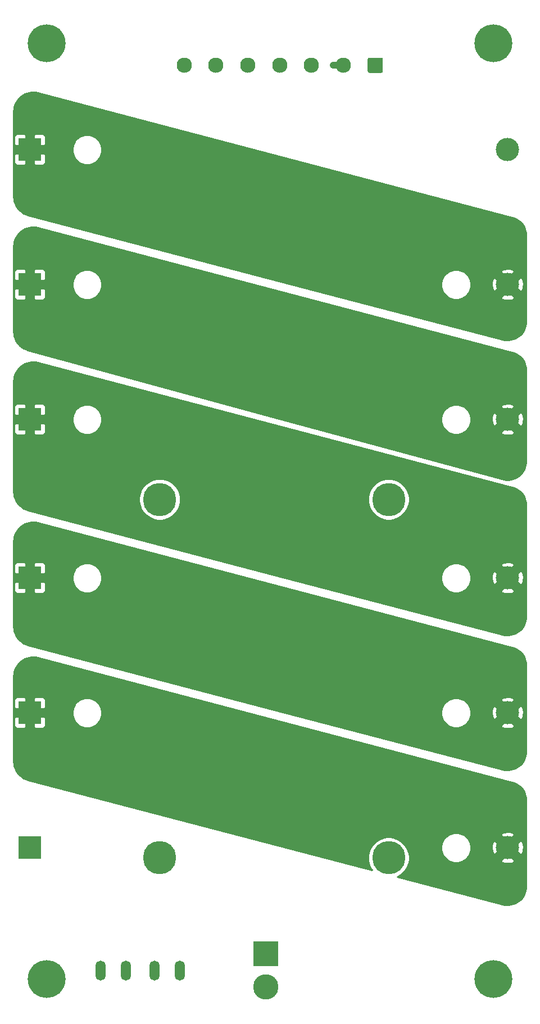
<source format=gbr>
%TF.GenerationSoftware,KiCad,Pcbnew,5.1.10*%
%TF.CreationDate,2021-10-06T22:42:20+01:00*%
%TF.ProjectId,BatteryPack,42617474-6572-4795-9061-636b2e6b6963,rev?*%
%TF.SameCoordinates,Original*%
%TF.FileFunction,Copper,L1,Top*%
%TF.FilePolarity,Positive*%
%FSLAX46Y46*%
G04 Gerber Fmt 4.6, Leading zero omitted, Abs format (unit mm)*
G04 Created by KiCad (PCBNEW 5.1.10) date 2021-10-06 22:42:20*
%MOMM*%
%LPD*%
G01*
G04 APERTURE LIST*
%TA.AperFunction,ComponentPad*%
%ADD10C,5.000000*%
%TD*%
%TA.AperFunction,ComponentPad*%
%ADD11C,5.700000*%
%TD*%
%TA.AperFunction,ComponentPad*%
%ADD12C,2.300000*%
%TD*%
%TA.AperFunction,ComponentPad*%
%ADD13C,3.800000*%
%TD*%
%TA.AperFunction,ComponentPad*%
%ADD14R,3.800000X3.800000*%
%TD*%
%TA.AperFunction,ComponentPad*%
%ADD15O,1.524000X3.000000*%
%TD*%
%TA.AperFunction,ComponentPad*%
%ADD16R,3.500000X3.500000*%
%TD*%
%TA.AperFunction,ComponentPad*%
%ADD17C,3.500000*%
%TD*%
%TA.AperFunction,Conductor*%
%ADD18C,1.000000*%
%TD*%
%TA.AperFunction,Conductor*%
%ADD19C,0.254000*%
%TD*%
%TA.AperFunction,Conductor*%
%ADD20C,0.100000*%
%TD*%
G04 APERTURE END LIST*
D10*
%TO.P,J3,*%
%TO.N,*%
X64030000Y-87756000D03*
X98530000Y-87756000D03*
X98530000Y-141756000D03*
X64030000Y-141756000D03*
%TD*%
D11*
%TO.P,REF\u002A\u002A,1*%
%TO.N,N/C*%
X114300000Y-19050000D03*
%TD*%
%TO.P,REF\u002A\u002A,1*%
%TO.N,N/C*%
X46990000Y-19050000D03*
%TD*%
D12*
%TO.P,J2,7*%
%TO.N,BAT+*%
X67710000Y-22352000D03*
%TO.P,J2,6*%
%TO.N,BAT_BAL5*%
X72520000Y-22352000D03*
%TO.P,J2,5*%
%TO.N,BAT_BAL4*%
X77320000Y-22352000D03*
%TO.P,J2,4*%
%TO.N,BAT_BAL3*%
X82120000Y-22352000D03*
%TO.P,J2,3*%
%TO.N,BAT_BAL2*%
X86920000Y-22352000D03*
%TO.P,J2,2*%
%TO.N,BAT_BAL1*%
X91720000Y-22352000D03*
%TO.P,J2,1*%
%TO.N,BAT-*%
%TA.AperFunction,ComponentPad*%
G36*
G01*
X97670000Y-21452000D02*
X97670000Y-23252000D01*
G75*
G02*
X97420000Y-23502000I-250000J0D01*
G01*
X95620000Y-23502000D01*
G75*
G02*
X95370000Y-23252000I0J250000D01*
G01*
X95370000Y-21452000D01*
G75*
G02*
X95620000Y-21202000I250000J0D01*
G01*
X97420000Y-21202000D01*
G75*
G02*
X97670000Y-21452000I0J-250000D01*
G01*
G37*
%TD.AperFunction*%
%TD*%
D13*
%TO.P,J1,2*%
%TO.N,Net-(F1-Pad2)*%
X80010000Y-161210000D03*
D14*
%TO.P,J1,1*%
%TO.N,BMS_Source*%
X80010000Y-156210000D03*
%TD*%
D15*
%TO.P,F1,2*%
%TO.N,Net-(F1-Pad2)*%
X67056000Y-158750000D03*
X63246000Y-158750000D03*
%TO.P,F1,1*%
%TO.N,BAT+*%
X55118000Y-158750000D03*
X58928000Y-158750000D03*
%TD*%
D16*
%TO.P,BT6,1*%
%TO.N,BAT+*%
X44450000Y-140208000D03*
D17*
%TO.P,BT6,2*%
%TO.N,BAT_BAL5*%
X116450000Y-140208000D03*
%TD*%
D16*
%TO.P,BT5,1*%
%TO.N,BAT_BAL5*%
X44450000Y-119888000D03*
D17*
%TO.P,BT5,2*%
%TO.N,BAT_BAL4*%
X116450000Y-119888000D03*
%TD*%
D16*
%TO.P,BT4,1*%
%TO.N,BAT_BAL4*%
X44450000Y-99568000D03*
D17*
%TO.P,BT4,2*%
%TO.N,BAT_BAL3*%
X116450000Y-99568000D03*
%TD*%
D16*
%TO.P,BT3,1*%
%TO.N,BAT_BAL3*%
X44450000Y-75692000D03*
D17*
%TO.P,BT3,2*%
%TO.N,BAT_BAL2*%
X116450000Y-75692000D03*
%TD*%
D16*
%TO.P,BT2,1*%
%TO.N,BAT_BAL2*%
X44450000Y-55372000D03*
D17*
%TO.P,BT2,2*%
%TO.N,BAT_BAL1*%
X116450000Y-55372000D03*
%TD*%
D16*
%TO.P,BT1,1*%
%TO.N,BAT_BAL1*%
X44450000Y-35052000D03*
D17*
%TO.P,BT1,2*%
%TO.N,BAT-*%
X116450000Y-35052000D03*
%TD*%
D11*
%TO.P,REF\u002A\u002A,1*%
%TO.N,N/C*%
X114300000Y-160020000D03*
%TD*%
%TO.P,REF\u002A\u002A,1*%
%TO.N,N/C*%
X46990000Y-160020000D03*
%TD*%
D18*
%TO.N,BAT_BAL1*%
X91310000Y-22352000D02*
X90170000Y-22352000D01*
%TD*%
D19*
%TO.N,BAT_BAL1*%
X45317447Y-26444615D02*
X45642411Y-26510290D01*
X117105251Y-45254642D01*
X117434883Y-45362510D01*
X117745862Y-45507297D01*
X118037368Y-45688119D01*
X118305246Y-45902402D01*
X118545666Y-46147081D01*
X118755214Y-46418681D01*
X118930890Y-46713313D01*
X119070195Y-47026788D01*
X119171141Y-47354629D01*
X119232293Y-47692178D01*
X119253000Y-48038384D01*
X119253000Y-60878006D01*
X119234077Y-61209014D01*
X119178177Y-61532124D01*
X119085816Y-61846774D01*
X118958207Y-62148830D01*
X118796998Y-62434393D01*
X118604306Y-62699710D01*
X118382633Y-62941341D01*
X118134856Y-63156148D01*
X117864232Y-63341307D01*
X117574251Y-63494429D01*
X117268719Y-63613503D01*
X116951617Y-63696983D01*
X116627059Y-63743782D01*
X116299272Y-63753292D01*
X115972553Y-63725385D01*
X115647589Y-63659710D01*
X83211458Y-55151872D01*
X106470000Y-55151872D01*
X106470000Y-55592128D01*
X106555890Y-56023925D01*
X106724369Y-56430669D01*
X106968962Y-56796729D01*
X107280271Y-57108038D01*
X107646331Y-57352631D01*
X108053075Y-57521110D01*
X108484872Y-57607000D01*
X108925128Y-57607000D01*
X109356925Y-57521110D01*
X109763669Y-57352631D01*
X109794057Y-57332326D01*
X115370729Y-57332326D01*
X115593796Y-57610374D01*
X116046934Y-57734401D01*
X116515560Y-57767642D01*
X116981667Y-57708820D01*
X117306204Y-57610374D01*
X117529271Y-57332326D01*
X116450000Y-56253055D01*
X115370729Y-57332326D01*
X109794057Y-57332326D01*
X110129729Y-57108038D01*
X110441038Y-56796729D01*
X110685631Y-56430669D01*
X110854110Y-56023925D01*
X110940000Y-55592128D01*
X110940000Y-55437560D01*
X114054358Y-55437560D01*
X114113180Y-55903667D01*
X114211626Y-56228204D01*
X114489674Y-56451271D01*
X115568945Y-55372000D01*
X117331055Y-55372000D01*
X118410326Y-56451271D01*
X118688374Y-56228204D01*
X118812401Y-55775066D01*
X118845642Y-55306440D01*
X118786820Y-54840333D01*
X118688374Y-54515796D01*
X118410326Y-54292729D01*
X117331055Y-55372000D01*
X115568945Y-55372000D01*
X114489674Y-54292729D01*
X114211626Y-54515796D01*
X114087599Y-54968934D01*
X114054358Y-55437560D01*
X110940000Y-55437560D01*
X110940000Y-55151872D01*
X110854110Y-54720075D01*
X110685631Y-54313331D01*
X110441038Y-53947271D01*
X110129729Y-53635962D01*
X109794058Y-53411674D01*
X115370729Y-53411674D01*
X116450000Y-54490945D01*
X117529271Y-53411674D01*
X117306204Y-53133626D01*
X116853066Y-53009599D01*
X116384440Y-52976358D01*
X115918333Y-53035180D01*
X115593796Y-53133626D01*
X115370729Y-53411674D01*
X109794058Y-53411674D01*
X109763669Y-53391369D01*
X109356925Y-53222890D01*
X108925128Y-53137000D01*
X108484872Y-53137000D01*
X108053075Y-53222890D01*
X107646331Y-53391369D01*
X107280271Y-53635962D01*
X106968962Y-53947271D01*
X106724369Y-54313331D01*
X106555890Y-54720075D01*
X106470000Y-55151872D01*
X83211458Y-55151872D01*
X44184749Y-44915358D01*
X43855117Y-44807490D01*
X43544138Y-44662703D01*
X43252632Y-44481881D01*
X42984754Y-44267598D01*
X42744334Y-44022919D01*
X42534786Y-43751319D01*
X42359110Y-43456687D01*
X42219805Y-43143212D01*
X42118859Y-42815371D01*
X42057707Y-42477822D01*
X42037000Y-42131616D01*
X42037000Y-36802000D01*
X42061928Y-36802000D01*
X42074188Y-36926482D01*
X42110498Y-37046180D01*
X42169463Y-37156494D01*
X42248815Y-37253185D01*
X42345506Y-37332537D01*
X42455820Y-37391502D01*
X42575518Y-37427812D01*
X42700000Y-37440072D01*
X43668250Y-37437000D01*
X43827000Y-37278250D01*
X43827000Y-35675000D01*
X45073000Y-35675000D01*
X45073000Y-37278250D01*
X45231750Y-37437000D01*
X46200000Y-37440072D01*
X46324482Y-37427812D01*
X46444180Y-37391502D01*
X46554494Y-37332537D01*
X46651185Y-37253185D01*
X46730537Y-37156494D01*
X46789502Y-37046180D01*
X46825812Y-36926482D01*
X46838072Y-36802000D01*
X46835000Y-35833750D01*
X46676250Y-35675000D01*
X45073000Y-35675000D01*
X43827000Y-35675000D01*
X42223750Y-35675000D01*
X42065000Y-35833750D01*
X42061928Y-36802000D01*
X42037000Y-36802000D01*
X42037000Y-34831872D01*
X50860000Y-34831872D01*
X50860000Y-35272128D01*
X50945890Y-35703925D01*
X51114369Y-36110669D01*
X51358962Y-36476729D01*
X51670271Y-36788038D01*
X52036331Y-37032631D01*
X52443075Y-37201110D01*
X52874872Y-37287000D01*
X53315128Y-37287000D01*
X53746925Y-37201110D01*
X54153669Y-37032631D01*
X54519729Y-36788038D01*
X54831038Y-36476729D01*
X55075631Y-36110669D01*
X55244110Y-35703925D01*
X55330000Y-35272128D01*
X55330000Y-34831872D01*
X55244110Y-34400075D01*
X55075631Y-33993331D01*
X54831038Y-33627271D01*
X54519729Y-33315962D01*
X54153669Y-33071369D01*
X53746925Y-32902890D01*
X53315128Y-32817000D01*
X52874872Y-32817000D01*
X52443075Y-32902890D01*
X52036331Y-33071369D01*
X51670271Y-33315962D01*
X51358962Y-33627271D01*
X51114369Y-33993331D01*
X50945890Y-34400075D01*
X50860000Y-34831872D01*
X42037000Y-34831872D01*
X42037000Y-33302000D01*
X42061928Y-33302000D01*
X42065000Y-34270250D01*
X42223750Y-34429000D01*
X43827000Y-34429000D01*
X43827000Y-32825750D01*
X45073000Y-32825750D01*
X45073000Y-34429000D01*
X46676250Y-34429000D01*
X46835000Y-34270250D01*
X46838072Y-33302000D01*
X46825812Y-33177518D01*
X46789502Y-33057820D01*
X46730537Y-32947506D01*
X46651185Y-32850815D01*
X46554494Y-32771463D01*
X46444180Y-32712498D01*
X46324482Y-32676188D01*
X46200000Y-32663928D01*
X45231750Y-32667000D01*
X45073000Y-32825750D01*
X43827000Y-32825750D01*
X43668250Y-32667000D01*
X42700000Y-32663928D01*
X42575518Y-32676188D01*
X42455820Y-32712498D01*
X42345506Y-32771463D01*
X42248815Y-32850815D01*
X42169463Y-32947506D01*
X42110498Y-33057820D01*
X42074188Y-33177518D01*
X42061928Y-33302000D01*
X42037000Y-33302000D01*
X42037000Y-29291994D01*
X42055923Y-28960986D01*
X42111823Y-28637876D01*
X42204184Y-28323226D01*
X42331793Y-28021170D01*
X42493002Y-27735607D01*
X42685694Y-27470290D01*
X42907367Y-27228659D01*
X43155144Y-27013852D01*
X43425768Y-26828693D01*
X43715749Y-26675571D01*
X44021281Y-26556497D01*
X44338383Y-26473017D01*
X44662941Y-26426218D01*
X44990728Y-26416708D01*
X45317447Y-26444615D01*
%TA.AperFunction,Conductor*%
D20*
G36*
X45317447Y-26444615D02*
G01*
X45642411Y-26510290D01*
X117105251Y-45254642D01*
X117434883Y-45362510D01*
X117745862Y-45507297D01*
X118037368Y-45688119D01*
X118305246Y-45902402D01*
X118545666Y-46147081D01*
X118755214Y-46418681D01*
X118930890Y-46713313D01*
X119070195Y-47026788D01*
X119171141Y-47354629D01*
X119232293Y-47692178D01*
X119253000Y-48038384D01*
X119253000Y-60878006D01*
X119234077Y-61209014D01*
X119178177Y-61532124D01*
X119085816Y-61846774D01*
X118958207Y-62148830D01*
X118796998Y-62434393D01*
X118604306Y-62699710D01*
X118382633Y-62941341D01*
X118134856Y-63156148D01*
X117864232Y-63341307D01*
X117574251Y-63494429D01*
X117268719Y-63613503D01*
X116951617Y-63696983D01*
X116627059Y-63743782D01*
X116299272Y-63753292D01*
X115972553Y-63725385D01*
X115647589Y-63659710D01*
X83211458Y-55151872D01*
X106470000Y-55151872D01*
X106470000Y-55592128D01*
X106555890Y-56023925D01*
X106724369Y-56430669D01*
X106968962Y-56796729D01*
X107280271Y-57108038D01*
X107646331Y-57352631D01*
X108053075Y-57521110D01*
X108484872Y-57607000D01*
X108925128Y-57607000D01*
X109356925Y-57521110D01*
X109763669Y-57352631D01*
X109794057Y-57332326D01*
X115370729Y-57332326D01*
X115593796Y-57610374D01*
X116046934Y-57734401D01*
X116515560Y-57767642D01*
X116981667Y-57708820D01*
X117306204Y-57610374D01*
X117529271Y-57332326D01*
X116450000Y-56253055D01*
X115370729Y-57332326D01*
X109794057Y-57332326D01*
X110129729Y-57108038D01*
X110441038Y-56796729D01*
X110685631Y-56430669D01*
X110854110Y-56023925D01*
X110940000Y-55592128D01*
X110940000Y-55437560D01*
X114054358Y-55437560D01*
X114113180Y-55903667D01*
X114211626Y-56228204D01*
X114489674Y-56451271D01*
X115568945Y-55372000D01*
X117331055Y-55372000D01*
X118410326Y-56451271D01*
X118688374Y-56228204D01*
X118812401Y-55775066D01*
X118845642Y-55306440D01*
X118786820Y-54840333D01*
X118688374Y-54515796D01*
X118410326Y-54292729D01*
X117331055Y-55372000D01*
X115568945Y-55372000D01*
X114489674Y-54292729D01*
X114211626Y-54515796D01*
X114087599Y-54968934D01*
X114054358Y-55437560D01*
X110940000Y-55437560D01*
X110940000Y-55151872D01*
X110854110Y-54720075D01*
X110685631Y-54313331D01*
X110441038Y-53947271D01*
X110129729Y-53635962D01*
X109794058Y-53411674D01*
X115370729Y-53411674D01*
X116450000Y-54490945D01*
X117529271Y-53411674D01*
X117306204Y-53133626D01*
X116853066Y-53009599D01*
X116384440Y-52976358D01*
X115918333Y-53035180D01*
X115593796Y-53133626D01*
X115370729Y-53411674D01*
X109794058Y-53411674D01*
X109763669Y-53391369D01*
X109356925Y-53222890D01*
X108925128Y-53137000D01*
X108484872Y-53137000D01*
X108053075Y-53222890D01*
X107646331Y-53391369D01*
X107280271Y-53635962D01*
X106968962Y-53947271D01*
X106724369Y-54313331D01*
X106555890Y-54720075D01*
X106470000Y-55151872D01*
X83211458Y-55151872D01*
X44184749Y-44915358D01*
X43855117Y-44807490D01*
X43544138Y-44662703D01*
X43252632Y-44481881D01*
X42984754Y-44267598D01*
X42744334Y-44022919D01*
X42534786Y-43751319D01*
X42359110Y-43456687D01*
X42219805Y-43143212D01*
X42118859Y-42815371D01*
X42057707Y-42477822D01*
X42037000Y-42131616D01*
X42037000Y-36802000D01*
X42061928Y-36802000D01*
X42074188Y-36926482D01*
X42110498Y-37046180D01*
X42169463Y-37156494D01*
X42248815Y-37253185D01*
X42345506Y-37332537D01*
X42455820Y-37391502D01*
X42575518Y-37427812D01*
X42700000Y-37440072D01*
X43668250Y-37437000D01*
X43827000Y-37278250D01*
X43827000Y-35675000D01*
X45073000Y-35675000D01*
X45073000Y-37278250D01*
X45231750Y-37437000D01*
X46200000Y-37440072D01*
X46324482Y-37427812D01*
X46444180Y-37391502D01*
X46554494Y-37332537D01*
X46651185Y-37253185D01*
X46730537Y-37156494D01*
X46789502Y-37046180D01*
X46825812Y-36926482D01*
X46838072Y-36802000D01*
X46835000Y-35833750D01*
X46676250Y-35675000D01*
X45073000Y-35675000D01*
X43827000Y-35675000D01*
X42223750Y-35675000D01*
X42065000Y-35833750D01*
X42061928Y-36802000D01*
X42037000Y-36802000D01*
X42037000Y-34831872D01*
X50860000Y-34831872D01*
X50860000Y-35272128D01*
X50945890Y-35703925D01*
X51114369Y-36110669D01*
X51358962Y-36476729D01*
X51670271Y-36788038D01*
X52036331Y-37032631D01*
X52443075Y-37201110D01*
X52874872Y-37287000D01*
X53315128Y-37287000D01*
X53746925Y-37201110D01*
X54153669Y-37032631D01*
X54519729Y-36788038D01*
X54831038Y-36476729D01*
X55075631Y-36110669D01*
X55244110Y-35703925D01*
X55330000Y-35272128D01*
X55330000Y-34831872D01*
X55244110Y-34400075D01*
X55075631Y-33993331D01*
X54831038Y-33627271D01*
X54519729Y-33315962D01*
X54153669Y-33071369D01*
X53746925Y-32902890D01*
X53315128Y-32817000D01*
X52874872Y-32817000D01*
X52443075Y-32902890D01*
X52036331Y-33071369D01*
X51670271Y-33315962D01*
X51358962Y-33627271D01*
X51114369Y-33993331D01*
X50945890Y-34400075D01*
X50860000Y-34831872D01*
X42037000Y-34831872D01*
X42037000Y-33302000D01*
X42061928Y-33302000D01*
X42065000Y-34270250D01*
X42223750Y-34429000D01*
X43827000Y-34429000D01*
X43827000Y-32825750D01*
X45073000Y-32825750D01*
X45073000Y-34429000D01*
X46676250Y-34429000D01*
X46835000Y-34270250D01*
X46838072Y-33302000D01*
X46825812Y-33177518D01*
X46789502Y-33057820D01*
X46730537Y-32947506D01*
X46651185Y-32850815D01*
X46554494Y-32771463D01*
X46444180Y-32712498D01*
X46324482Y-32676188D01*
X46200000Y-32663928D01*
X45231750Y-32667000D01*
X45073000Y-32825750D01*
X43827000Y-32825750D01*
X43668250Y-32667000D01*
X42700000Y-32663928D01*
X42575518Y-32676188D01*
X42455820Y-32712498D01*
X42345506Y-32771463D01*
X42248815Y-32850815D01*
X42169463Y-32947506D01*
X42110498Y-33057820D01*
X42074188Y-33177518D01*
X42061928Y-33302000D01*
X42037000Y-33302000D01*
X42037000Y-29291994D01*
X42055923Y-28960986D01*
X42111823Y-28637876D01*
X42204184Y-28323226D01*
X42331793Y-28021170D01*
X42493002Y-27735607D01*
X42685694Y-27470290D01*
X42907367Y-27228659D01*
X43155144Y-27013852D01*
X43425768Y-26828693D01*
X43715749Y-26675571D01*
X44021281Y-26556497D01*
X44338383Y-26473017D01*
X44662941Y-26426218D01*
X44990728Y-26416708D01*
X45317447Y-26444615D01*
G37*
%TD.AperFunction*%
%TD*%
D19*
%TO.N,BAT_BAL2*%
X45317447Y-46764615D02*
X45642411Y-46830290D01*
X117105251Y-65574642D01*
X117434883Y-65682510D01*
X117745862Y-65827297D01*
X118037368Y-66008119D01*
X118305246Y-66222402D01*
X118545666Y-66467081D01*
X118755214Y-66738681D01*
X118930890Y-67033313D01*
X119070195Y-67346788D01*
X119171141Y-67674629D01*
X119232293Y-68012178D01*
X119253000Y-68358384D01*
X119253000Y-81922861D01*
X119233887Y-82255528D01*
X119177427Y-82580210D01*
X119084152Y-82896296D01*
X118955286Y-83199625D01*
X118792537Y-83486183D01*
X118598032Y-83752229D01*
X118374335Y-83994249D01*
X118124400Y-84209048D01*
X117851502Y-84393814D01*
X117559244Y-84546108D01*
X117251460Y-84663930D01*
X116932218Y-84745723D01*
X116605694Y-84790418D01*
X116276215Y-84797423D01*
X115948097Y-84766646D01*
X115622086Y-84697735D01*
X81719818Y-75471872D01*
X106470000Y-75471872D01*
X106470000Y-75912128D01*
X106555890Y-76343925D01*
X106724369Y-76750669D01*
X106968962Y-77116729D01*
X107280271Y-77428038D01*
X107646331Y-77672631D01*
X108053075Y-77841110D01*
X108484872Y-77927000D01*
X108925128Y-77927000D01*
X109356925Y-77841110D01*
X109763669Y-77672631D01*
X109794057Y-77652326D01*
X115370729Y-77652326D01*
X115593796Y-77930374D01*
X116046934Y-78054401D01*
X116515560Y-78087642D01*
X116981667Y-78028820D01*
X117306204Y-77930374D01*
X117529271Y-77652326D01*
X116450000Y-76573055D01*
X115370729Y-77652326D01*
X109794057Y-77652326D01*
X110129729Y-77428038D01*
X110441038Y-77116729D01*
X110685631Y-76750669D01*
X110854110Y-76343925D01*
X110940000Y-75912128D01*
X110940000Y-75757560D01*
X114054358Y-75757560D01*
X114113180Y-76223667D01*
X114211626Y-76548204D01*
X114489674Y-76771271D01*
X115568945Y-75692000D01*
X117331055Y-75692000D01*
X118410326Y-76771271D01*
X118688374Y-76548204D01*
X118812401Y-76095066D01*
X118845642Y-75626440D01*
X118786820Y-75160333D01*
X118688374Y-74835796D01*
X118410326Y-74612729D01*
X117331055Y-75692000D01*
X115568945Y-75692000D01*
X114489674Y-74612729D01*
X114211626Y-74835796D01*
X114087599Y-75288934D01*
X114054358Y-75757560D01*
X110940000Y-75757560D01*
X110940000Y-75471872D01*
X110854110Y-75040075D01*
X110685631Y-74633331D01*
X110441038Y-74267271D01*
X110129729Y-73955962D01*
X109794058Y-73731674D01*
X115370729Y-73731674D01*
X116450000Y-74810945D01*
X117529271Y-73731674D01*
X117306204Y-73453626D01*
X116853066Y-73329599D01*
X116384440Y-73296358D01*
X115918333Y-73355180D01*
X115593796Y-73453626D01*
X115370729Y-73731674D01*
X109794058Y-73731674D01*
X109763669Y-73711369D01*
X109356925Y-73542890D01*
X108925128Y-73457000D01*
X108484872Y-73457000D01*
X108053075Y-73542890D01*
X107646331Y-73711369D01*
X107280271Y-73955962D01*
X106968962Y-74267271D01*
X106724369Y-74633331D01*
X106555890Y-75040075D01*
X106470000Y-75471872D01*
X81719818Y-75471872D01*
X44159229Y-65250466D01*
X43832850Y-65140487D01*
X43525192Y-64994267D01*
X43236999Y-64812655D01*
X42972332Y-64598211D01*
X42734904Y-64353940D01*
X42528065Y-64083293D01*
X42354713Y-63790059D01*
X42217286Y-63478361D01*
X42117724Y-63152599D01*
X42057420Y-62817340D01*
X42037000Y-62473520D01*
X42037000Y-57122000D01*
X42061928Y-57122000D01*
X42074188Y-57246482D01*
X42110498Y-57366180D01*
X42169463Y-57476494D01*
X42248815Y-57573185D01*
X42345506Y-57652537D01*
X42455820Y-57711502D01*
X42575518Y-57747812D01*
X42700000Y-57760072D01*
X43668250Y-57757000D01*
X43827000Y-57598250D01*
X43827000Y-55995000D01*
X45073000Y-55995000D01*
X45073000Y-57598250D01*
X45231750Y-57757000D01*
X46200000Y-57760072D01*
X46324482Y-57747812D01*
X46444180Y-57711502D01*
X46554494Y-57652537D01*
X46651185Y-57573185D01*
X46730537Y-57476494D01*
X46789502Y-57366180D01*
X46825812Y-57246482D01*
X46838072Y-57122000D01*
X46835000Y-56153750D01*
X46676250Y-55995000D01*
X45073000Y-55995000D01*
X43827000Y-55995000D01*
X42223750Y-55995000D01*
X42065000Y-56153750D01*
X42061928Y-57122000D01*
X42037000Y-57122000D01*
X42037000Y-55151872D01*
X50860000Y-55151872D01*
X50860000Y-55592128D01*
X50945890Y-56023925D01*
X51114369Y-56430669D01*
X51358962Y-56796729D01*
X51670271Y-57108038D01*
X52036331Y-57352631D01*
X52443075Y-57521110D01*
X52874872Y-57607000D01*
X53315128Y-57607000D01*
X53746925Y-57521110D01*
X54153669Y-57352631D01*
X54519729Y-57108038D01*
X54831038Y-56796729D01*
X55075631Y-56430669D01*
X55244110Y-56023925D01*
X55330000Y-55592128D01*
X55330000Y-55151872D01*
X55244110Y-54720075D01*
X55075631Y-54313331D01*
X54831038Y-53947271D01*
X54519729Y-53635962D01*
X54153669Y-53391369D01*
X53746925Y-53222890D01*
X53315128Y-53137000D01*
X52874872Y-53137000D01*
X52443075Y-53222890D01*
X52036331Y-53391369D01*
X51670271Y-53635962D01*
X51358962Y-53947271D01*
X51114369Y-54313331D01*
X50945890Y-54720075D01*
X50860000Y-55151872D01*
X42037000Y-55151872D01*
X42037000Y-53622000D01*
X42061928Y-53622000D01*
X42065000Y-54590250D01*
X42223750Y-54749000D01*
X43827000Y-54749000D01*
X43827000Y-53145750D01*
X45073000Y-53145750D01*
X45073000Y-54749000D01*
X46676250Y-54749000D01*
X46835000Y-54590250D01*
X46838072Y-53622000D01*
X46825812Y-53497518D01*
X46789502Y-53377820D01*
X46730537Y-53267506D01*
X46651185Y-53170815D01*
X46554494Y-53091463D01*
X46444180Y-53032498D01*
X46324482Y-52996188D01*
X46200000Y-52983928D01*
X45231750Y-52987000D01*
X45073000Y-53145750D01*
X43827000Y-53145750D01*
X43668250Y-52987000D01*
X42700000Y-52983928D01*
X42575518Y-52996188D01*
X42455820Y-53032498D01*
X42345506Y-53091463D01*
X42248815Y-53170815D01*
X42169463Y-53267506D01*
X42110498Y-53377820D01*
X42074188Y-53497518D01*
X42061928Y-53622000D01*
X42037000Y-53622000D01*
X42037000Y-49611994D01*
X42055923Y-49280986D01*
X42111823Y-48957876D01*
X42204184Y-48643226D01*
X42331793Y-48341170D01*
X42493002Y-48055607D01*
X42685694Y-47790290D01*
X42907367Y-47548659D01*
X43155144Y-47333852D01*
X43425768Y-47148693D01*
X43715749Y-46995571D01*
X44021281Y-46876497D01*
X44338383Y-46793017D01*
X44662941Y-46746218D01*
X44990728Y-46736708D01*
X45317447Y-46764615D01*
%TA.AperFunction,Conductor*%
D20*
G36*
X45317447Y-46764615D02*
G01*
X45642411Y-46830290D01*
X117105251Y-65574642D01*
X117434883Y-65682510D01*
X117745862Y-65827297D01*
X118037368Y-66008119D01*
X118305246Y-66222402D01*
X118545666Y-66467081D01*
X118755214Y-66738681D01*
X118930890Y-67033313D01*
X119070195Y-67346788D01*
X119171141Y-67674629D01*
X119232293Y-68012178D01*
X119253000Y-68358384D01*
X119253000Y-81922861D01*
X119233887Y-82255528D01*
X119177427Y-82580210D01*
X119084152Y-82896296D01*
X118955286Y-83199625D01*
X118792537Y-83486183D01*
X118598032Y-83752229D01*
X118374335Y-83994249D01*
X118124400Y-84209048D01*
X117851502Y-84393814D01*
X117559244Y-84546108D01*
X117251460Y-84663930D01*
X116932218Y-84745723D01*
X116605694Y-84790418D01*
X116276215Y-84797423D01*
X115948097Y-84766646D01*
X115622086Y-84697735D01*
X81719818Y-75471872D01*
X106470000Y-75471872D01*
X106470000Y-75912128D01*
X106555890Y-76343925D01*
X106724369Y-76750669D01*
X106968962Y-77116729D01*
X107280271Y-77428038D01*
X107646331Y-77672631D01*
X108053075Y-77841110D01*
X108484872Y-77927000D01*
X108925128Y-77927000D01*
X109356925Y-77841110D01*
X109763669Y-77672631D01*
X109794057Y-77652326D01*
X115370729Y-77652326D01*
X115593796Y-77930374D01*
X116046934Y-78054401D01*
X116515560Y-78087642D01*
X116981667Y-78028820D01*
X117306204Y-77930374D01*
X117529271Y-77652326D01*
X116450000Y-76573055D01*
X115370729Y-77652326D01*
X109794057Y-77652326D01*
X110129729Y-77428038D01*
X110441038Y-77116729D01*
X110685631Y-76750669D01*
X110854110Y-76343925D01*
X110940000Y-75912128D01*
X110940000Y-75757560D01*
X114054358Y-75757560D01*
X114113180Y-76223667D01*
X114211626Y-76548204D01*
X114489674Y-76771271D01*
X115568945Y-75692000D01*
X117331055Y-75692000D01*
X118410326Y-76771271D01*
X118688374Y-76548204D01*
X118812401Y-76095066D01*
X118845642Y-75626440D01*
X118786820Y-75160333D01*
X118688374Y-74835796D01*
X118410326Y-74612729D01*
X117331055Y-75692000D01*
X115568945Y-75692000D01*
X114489674Y-74612729D01*
X114211626Y-74835796D01*
X114087599Y-75288934D01*
X114054358Y-75757560D01*
X110940000Y-75757560D01*
X110940000Y-75471872D01*
X110854110Y-75040075D01*
X110685631Y-74633331D01*
X110441038Y-74267271D01*
X110129729Y-73955962D01*
X109794058Y-73731674D01*
X115370729Y-73731674D01*
X116450000Y-74810945D01*
X117529271Y-73731674D01*
X117306204Y-73453626D01*
X116853066Y-73329599D01*
X116384440Y-73296358D01*
X115918333Y-73355180D01*
X115593796Y-73453626D01*
X115370729Y-73731674D01*
X109794058Y-73731674D01*
X109763669Y-73711369D01*
X109356925Y-73542890D01*
X108925128Y-73457000D01*
X108484872Y-73457000D01*
X108053075Y-73542890D01*
X107646331Y-73711369D01*
X107280271Y-73955962D01*
X106968962Y-74267271D01*
X106724369Y-74633331D01*
X106555890Y-75040075D01*
X106470000Y-75471872D01*
X81719818Y-75471872D01*
X44159229Y-65250466D01*
X43832850Y-65140487D01*
X43525192Y-64994267D01*
X43236999Y-64812655D01*
X42972332Y-64598211D01*
X42734904Y-64353940D01*
X42528065Y-64083293D01*
X42354713Y-63790059D01*
X42217286Y-63478361D01*
X42117724Y-63152599D01*
X42057420Y-62817340D01*
X42037000Y-62473520D01*
X42037000Y-57122000D01*
X42061928Y-57122000D01*
X42074188Y-57246482D01*
X42110498Y-57366180D01*
X42169463Y-57476494D01*
X42248815Y-57573185D01*
X42345506Y-57652537D01*
X42455820Y-57711502D01*
X42575518Y-57747812D01*
X42700000Y-57760072D01*
X43668250Y-57757000D01*
X43827000Y-57598250D01*
X43827000Y-55995000D01*
X45073000Y-55995000D01*
X45073000Y-57598250D01*
X45231750Y-57757000D01*
X46200000Y-57760072D01*
X46324482Y-57747812D01*
X46444180Y-57711502D01*
X46554494Y-57652537D01*
X46651185Y-57573185D01*
X46730537Y-57476494D01*
X46789502Y-57366180D01*
X46825812Y-57246482D01*
X46838072Y-57122000D01*
X46835000Y-56153750D01*
X46676250Y-55995000D01*
X45073000Y-55995000D01*
X43827000Y-55995000D01*
X42223750Y-55995000D01*
X42065000Y-56153750D01*
X42061928Y-57122000D01*
X42037000Y-57122000D01*
X42037000Y-55151872D01*
X50860000Y-55151872D01*
X50860000Y-55592128D01*
X50945890Y-56023925D01*
X51114369Y-56430669D01*
X51358962Y-56796729D01*
X51670271Y-57108038D01*
X52036331Y-57352631D01*
X52443075Y-57521110D01*
X52874872Y-57607000D01*
X53315128Y-57607000D01*
X53746925Y-57521110D01*
X54153669Y-57352631D01*
X54519729Y-57108038D01*
X54831038Y-56796729D01*
X55075631Y-56430669D01*
X55244110Y-56023925D01*
X55330000Y-55592128D01*
X55330000Y-55151872D01*
X55244110Y-54720075D01*
X55075631Y-54313331D01*
X54831038Y-53947271D01*
X54519729Y-53635962D01*
X54153669Y-53391369D01*
X53746925Y-53222890D01*
X53315128Y-53137000D01*
X52874872Y-53137000D01*
X52443075Y-53222890D01*
X52036331Y-53391369D01*
X51670271Y-53635962D01*
X51358962Y-53947271D01*
X51114369Y-54313331D01*
X50945890Y-54720075D01*
X50860000Y-55151872D01*
X42037000Y-55151872D01*
X42037000Y-53622000D01*
X42061928Y-53622000D01*
X42065000Y-54590250D01*
X42223750Y-54749000D01*
X43827000Y-54749000D01*
X43827000Y-53145750D01*
X45073000Y-53145750D01*
X45073000Y-54749000D01*
X46676250Y-54749000D01*
X46835000Y-54590250D01*
X46838072Y-53622000D01*
X46825812Y-53497518D01*
X46789502Y-53377820D01*
X46730537Y-53267506D01*
X46651185Y-53170815D01*
X46554494Y-53091463D01*
X46444180Y-53032498D01*
X46324482Y-52996188D01*
X46200000Y-52983928D01*
X45231750Y-52987000D01*
X45073000Y-53145750D01*
X43827000Y-53145750D01*
X43668250Y-52987000D01*
X42700000Y-52983928D01*
X42575518Y-52996188D01*
X42455820Y-53032498D01*
X42345506Y-53091463D01*
X42248815Y-53170815D01*
X42169463Y-53267506D01*
X42110498Y-53377820D01*
X42074188Y-53497518D01*
X42061928Y-53622000D01*
X42037000Y-53622000D01*
X42037000Y-49611994D01*
X42055923Y-49280986D01*
X42111823Y-48957876D01*
X42204184Y-48643226D01*
X42331793Y-48341170D01*
X42493002Y-48055607D01*
X42685694Y-47790290D01*
X42907367Y-47548659D01*
X43155144Y-47333852D01*
X43425768Y-47148693D01*
X43715749Y-46995571D01*
X44021281Y-46876497D01*
X44338383Y-46793017D01*
X44662941Y-46746218D01*
X44990728Y-46736708D01*
X45317447Y-46764615D01*
G37*
%TD.AperFunction*%
%TD*%
D19*
%TO.N,BAT_BAL3*%
X45317447Y-67084615D02*
X45642411Y-67150290D01*
X117105251Y-85894642D01*
X117434883Y-86002510D01*
X117745862Y-86147297D01*
X118037368Y-86328119D01*
X118305246Y-86542402D01*
X118545666Y-86787081D01*
X118755214Y-87058681D01*
X118930890Y-87353313D01*
X119070195Y-87666788D01*
X119171141Y-87994629D01*
X119232293Y-88332178D01*
X119253000Y-88678384D01*
X119253000Y-105328006D01*
X119234077Y-105659014D01*
X119178177Y-105982124D01*
X119085816Y-106296774D01*
X118958207Y-106598830D01*
X118796998Y-106884393D01*
X118604306Y-107149710D01*
X118382633Y-107391341D01*
X118134856Y-107606148D01*
X117864232Y-107791307D01*
X117574251Y-107944429D01*
X117268719Y-108063503D01*
X116951617Y-108146983D01*
X116627059Y-108193782D01*
X116299272Y-108203292D01*
X115972553Y-108175385D01*
X115647589Y-108109710D01*
X82243083Y-99347872D01*
X106470000Y-99347872D01*
X106470000Y-99788128D01*
X106555890Y-100219925D01*
X106724369Y-100626669D01*
X106968962Y-100992729D01*
X107280271Y-101304038D01*
X107646331Y-101548631D01*
X108053075Y-101717110D01*
X108484872Y-101803000D01*
X108925128Y-101803000D01*
X109356925Y-101717110D01*
X109763669Y-101548631D01*
X109794057Y-101528326D01*
X115370729Y-101528326D01*
X115593796Y-101806374D01*
X116046934Y-101930401D01*
X116515560Y-101963642D01*
X116981667Y-101904820D01*
X117306204Y-101806374D01*
X117529271Y-101528326D01*
X116450000Y-100449055D01*
X115370729Y-101528326D01*
X109794057Y-101528326D01*
X110129729Y-101304038D01*
X110441038Y-100992729D01*
X110685631Y-100626669D01*
X110854110Y-100219925D01*
X110940000Y-99788128D01*
X110940000Y-99633560D01*
X114054358Y-99633560D01*
X114113180Y-100099667D01*
X114211626Y-100424204D01*
X114489674Y-100647271D01*
X115568945Y-99568000D01*
X117331055Y-99568000D01*
X118410326Y-100647271D01*
X118688374Y-100424204D01*
X118812401Y-99971066D01*
X118845642Y-99502440D01*
X118786820Y-99036333D01*
X118688374Y-98711796D01*
X118410326Y-98488729D01*
X117331055Y-99568000D01*
X115568945Y-99568000D01*
X114489674Y-98488729D01*
X114211626Y-98711796D01*
X114087599Y-99164934D01*
X114054358Y-99633560D01*
X110940000Y-99633560D01*
X110940000Y-99347872D01*
X110854110Y-98916075D01*
X110685631Y-98509331D01*
X110441038Y-98143271D01*
X110129729Y-97831962D01*
X109794058Y-97607674D01*
X115370729Y-97607674D01*
X116450000Y-98686945D01*
X117529271Y-97607674D01*
X117306204Y-97329626D01*
X116853066Y-97205599D01*
X116384440Y-97172358D01*
X115918333Y-97231180D01*
X115593796Y-97329626D01*
X115370729Y-97607674D01*
X109794058Y-97607674D01*
X109763669Y-97587369D01*
X109356925Y-97418890D01*
X108925128Y-97333000D01*
X108484872Y-97333000D01*
X108053075Y-97418890D01*
X107646331Y-97587369D01*
X107280271Y-97831962D01*
X106968962Y-98143271D01*
X106724369Y-98509331D01*
X106555890Y-98916075D01*
X106470000Y-99347872D01*
X82243083Y-99347872D01*
X44184749Y-89365358D01*
X43855117Y-89257490D01*
X43544138Y-89112703D01*
X43252632Y-88931881D01*
X42984754Y-88717598D01*
X42744334Y-88472919D01*
X42534786Y-88201319D01*
X42359110Y-87906687D01*
X42219805Y-87593212D01*
X42174856Y-87447229D01*
X60895000Y-87447229D01*
X60895000Y-88064771D01*
X61015476Y-88670446D01*
X61251799Y-89240979D01*
X61594886Y-89754446D01*
X62031554Y-90191114D01*
X62545021Y-90534201D01*
X63115554Y-90770524D01*
X63721229Y-90891000D01*
X64338771Y-90891000D01*
X64944446Y-90770524D01*
X65514979Y-90534201D01*
X66028446Y-90191114D01*
X66465114Y-89754446D01*
X66808201Y-89240979D01*
X67044524Y-88670446D01*
X67165000Y-88064771D01*
X67165000Y-87447229D01*
X95395000Y-87447229D01*
X95395000Y-88064771D01*
X95515476Y-88670446D01*
X95751799Y-89240979D01*
X96094886Y-89754446D01*
X96531554Y-90191114D01*
X97045021Y-90534201D01*
X97615554Y-90770524D01*
X98221229Y-90891000D01*
X98838771Y-90891000D01*
X99444446Y-90770524D01*
X100014979Y-90534201D01*
X100528446Y-90191114D01*
X100965114Y-89754446D01*
X101308201Y-89240979D01*
X101544524Y-88670446D01*
X101665000Y-88064771D01*
X101665000Y-87447229D01*
X101544524Y-86841554D01*
X101308201Y-86271021D01*
X100965114Y-85757554D01*
X100528446Y-85320886D01*
X100014979Y-84977799D01*
X99444446Y-84741476D01*
X98838771Y-84621000D01*
X98221229Y-84621000D01*
X97615554Y-84741476D01*
X97045021Y-84977799D01*
X96531554Y-85320886D01*
X96094886Y-85757554D01*
X95751799Y-86271021D01*
X95515476Y-86841554D01*
X95395000Y-87447229D01*
X67165000Y-87447229D01*
X67044524Y-86841554D01*
X66808201Y-86271021D01*
X66465114Y-85757554D01*
X66028446Y-85320886D01*
X65514979Y-84977799D01*
X64944446Y-84741476D01*
X64338771Y-84621000D01*
X63721229Y-84621000D01*
X63115554Y-84741476D01*
X62545021Y-84977799D01*
X62031554Y-85320886D01*
X61594886Y-85757554D01*
X61251799Y-86271021D01*
X61015476Y-86841554D01*
X60895000Y-87447229D01*
X42174856Y-87447229D01*
X42118859Y-87265371D01*
X42057707Y-86927822D01*
X42037000Y-86581616D01*
X42037000Y-77442000D01*
X42061928Y-77442000D01*
X42074188Y-77566482D01*
X42110498Y-77686180D01*
X42169463Y-77796494D01*
X42248815Y-77893185D01*
X42345506Y-77972537D01*
X42455820Y-78031502D01*
X42575518Y-78067812D01*
X42700000Y-78080072D01*
X43668250Y-78077000D01*
X43827000Y-77918250D01*
X43827000Y-76315000D01*
X45073000Y-76315000D01*
X45073000Y-77918250D01*
X45231750Y-78077000D01*
X46200000Y-78080072D01*
X46324482Y-78067812D01*
X46444180Y-78031502D01*
X46554494Y-77972537D01*
X46651185Y-77893185D01*
X46730537Y-77796494D01*
X46789502Y-77686180D01*
X46825812Y-77566482D01*
X46838072Y-77442000D01*
X46835000Y-76473750D01*
X46676250Y-76315000D01*
X45073000Y-76315000D01*
X43827000Y-76315000D01*
X42223750Y-76315000D01*
X42065000Y-76473750D01*
X42061928Y-77442000D01*
X42037000Y-77442000D01*
X42037000Y-75471872D01*
X50860000Y-75471872D01*
X50860000Y-75912128D01*
X50945890Y-76343925D01*
X51114369Y-76750669D01*
X51358962Y-77116729D01*
X51670271Y-77428038D01*
X52036331Y-77672631D01*
X52443075Y-77841110D01*
X52874872Y-77927000D01*
X53315128Y-77927000D01*
X53746925Y-77841110D01*
X54153669Y-77672631D01*
X54519729Y-77428038D01*
X54831038Y-77116729D01*
X55075631Y-76750669D01*
X55244110Y-76343925D01*
X55330000Y-75912128D01*
X55330000Y-75471872D01*
X55244110Y-75040075D01*
X55075631Y-74633331D01*
X54831038Y-74267271D01*
X54519729Y-73955962D01*
X54153669Y-73711369D01*
X53746925Y-73542890D01*
X53315128Y-73457000D01*
X52874872Y-73457000D01*
X52443075Y-73542890D01*
X52036331Y-73711369D01*
X51670271Y-73955962D01*
X51358962Y-74267271D01*
X51114369Y-74633331D01*
X50945890Y-75040075D01*
X50860000Y-75471872D01*
X42037000Y-75471872D01*
X42037000Y-73942000D01*
X42061928Y-73942000D01*
X42065000Y-74910250D01*
X42223750Y-75069000D01*
X43827000Y-75069000D01*
X43827000Y-73465750D01*
X45073000Y-73465750D01*
X45073000Y-75069000D01*
X46676250Y-75069000D01*
X46835000Y-74910250D01*
X46838072Y-73942000D01*
X46825812Y-73817518D01*
X46789502Y-73697820D01*
X46730537Y-73587506D01*
X46651185Y-73490815D01*
X46554494Y-73411463D01*
X46444180Y-73352498D01*
X46324482Y-73316188D01*
X46200000Y-73303928D01*
X45231750Y-73307000D01*
X45073000Y-73465750D01*
X43827000Y-73465750D01*
X43668250Y-73307000D01*
X42700000Y-73303928D01*
X42575518Y-73316188D01*
X42455820Y-73352498D01*
X42345506Y-73411463D01*
X42248815Y-73490815D01*
X42169463Y-73587506D01*
X42110498Y-73697820D01*
X42074188Y-73817518D01*
X42061928Y-73942000D01*
X42037000Y-73942000D01*
X42037000Y-69931994D01*
X42055923Y-69600986D01*
X42111823Y-69277876D01*
X42204184Y-68963226D01*
X42331793Y-68661170D01*
X42493002Y-68375607D01*
X42685694Y-68110290D01*
X42907367Y-67868659D01*
X43155144Y-67653852D01*
X43425768Y-67468693D01*
X43715749Y-67315571D01*
X44021281Y-67196497D01*
X44338383Y-67113017D01*
X44662941Y-67066218D01*
X44990728Y-67056708D01*
X45317447Y-67084615D01*
%TA.AperFunction,Conductor*%
D20*
G36*
X45317447Y-67084615D02*
G01*
X45642411Y-67150290D01*
X117105251Y-85894642D01*
X117434883Y-86002510D01*
X117745862Y-86147297D01*
X118037368Y-86328119D01*
X118305246Y-86542402D01*
X118545666Y-86787081D01*
X118755214Y-87058681D01*
X118930890Y-87353313D01*
X119070195Y-87666788D01*
X119171141Y-87994629D01*
X119232293Y-88332178D01*
X119253000Y-88678384D01*
X119253000Y-105328006D01*
X119234077Y-105659014D01*
X119178177Y-105982124D01*
X119085816Y-106296774D01*
X118958207Y-106598830D01*
X118796998Y-106884393D01*
X118604306Y-107149710D01*
X118382633Y-107391341D01*
X118134856Y-107606148D01*
X117864232Y-107791307D01*
X117574251Y-107944429D01*
X117268719Y-108063503D01*
X116951617Y-108146983D01*
X116627059Y-108193782D01*
X116299272Y-108203292D01*
X115972553Y-108175385D01*
X115647589Y-108109710D01*
X82243083Y-99347872D01*
X106470000Y-99347872D01*
X106470000Y-99788128D01*
X106555890Y-100219925D01*
X106724369Y-100626669D01*
X106968962Y-100992729D01*
X107280271Y-101304038D01*
X107646331Y-101548631D01*
X108053075Y-101717110D01*
X108484872Y-101803000D01*
X108925128Y-101803000D01*
X109356925Y-101717110D01*
X109763669Y-101548631D01*
X109794057Y-101528326D01*
X115370729Y-101528326D01*
X115593796Y-101806374D01*
X116046934Y-101930401D01*
X116515560Y-101963642D01*
X116981667Y-101904820D01*
X117306204Y-101806374D01*
X117529271Y-101528326D01*
X116450000Y-100449055D01*
X115370729Y-101528326D01*
X109794057Y-101528326D01*
X110129729Y-101304038D01*
X110441038Y-100992729D01*
X110685631Y-100626669D01*
X110854110Y-100219925D01*
X110940000Y-99788128D01*
X110940000Y-99633560D01*
X114054358Y-99633560D01*
X114113180Y-100099667D01*
X114211626Y-100424204D01*
X114489674Y-100647271D01*
X115568945Y-99568000D01*
X117331055Y-99568000D01*
X118410326Y-100647271D01*
X118688374Y-100424204D01*
X118812401Y-99971066D01*
X118845642Y-99502440D01*
X118786820Y-99036333D01*
X118688374Y-98711796D01*
X118410326Y-98488729D01*
X117331055Y-99568000D01*
X115568945Y-99568000D01*
X114489674Y-98488729D01*
X114211626Y-98711796D01*
X114087599Y-99164934D01*
X114054358Y-99633560D01*
X110940000Y-99633560D01*
X110940000Y-99347872D01*
X110854110Y-98916075D01*
X110685631Y-98509331D01*
X110441038Y-98143271D01*
X110129729Y-97831962D01*
X109794058Y-97607674D01*
X115370729Y-97607674D01*
X116450000Y-98686945D01*
X117529271Y-97607674D01*
X117306204Y-97329626D01*
X116853066Y-97205599D01*
X116384440Y-97172358D01*
X115918333Y-97231180D01*
X115593796Y-97329626D01*
X115370729Y-97607674D01*
X109794058Y-97607674D01*
X109763669Y-97587369D01*
X109356925Y-97418890D01*
X108925128Y-97333000D01*
X108484872Y-97333000D01*
X108053075Y-97418890D01*
X107646331Y-97587369D01*
X107280271Y-97831962D01*
X106968962Y-98143271D01*
X106724369Y-98509331D01*
X106555890Y-98916075D01*
X106470000Y-99347872D01*
X82243083Y-99347872D01*
X44184749Y-89365358D01*
X43855117Y-89257490D01*
X43544138Y-89112703D01*
X43252632Y-88931881D01*
X42984754Y-88717598D01*
X42744334Y-88472919D01*
X42534786Y-88201319D01*
X42359110Y-87906687D01*
X42219805Y-87593212D01*
X42174856Y-87447229D01*
X60895000Y-87447229D01*
X60895000Y-88064771D01*
X61015476Y-88670446D01*
X61251799Y-89240979D01*
X61594886Y-89754446D01*
X62031554Y-90191114D01*
X62545021Y-90534201D01*
X63115554Y-90770524D01*
X63721229Y-90891000D01*
X64338771Y-90891000D01*
X64944446Y-90770524D01*
X65514979Y-90534201D01*
X66028446Y-90191114D01*
X66465114Y-89754446D01*
X66808201Y-89240979D01*
X67044524Y-88670446D01*
X67165000Y-88064771D01*
X67165000Y-87447229D01*
X95395000Y-87447229D01*
X95395000Y-88064771D01*
X95515476Y-88670446D01*
X95751799Y-89240979D01*
X96094886Y-89754446D01*
X96531554Y-90191114D01*
X97045021Y-90534201D01*
X97615554Y-90770524D01*
X98221229Y-90891000D01*
X98838771Y-90891000D01*
X99444446Y-90770524D01*
X100014979Y-90534201D01*
X100528446Y-90191114D01*
X100965114Y-89754446D01*
X101308201Y-89240979D01*
X101544524Y-88670446D01*
X101665000Y-88064771D01*
X101665000Y-87447229D01*
X101544524Y-86841554D01*
X101308201Y-86271021D01*
X100965114Y-85757554D01*
X100528446Y-85320886D01*
X100014979Y-84977799D01*
X99444446Y-84741476D01*
X98838771Y-84621000D01*
X98221229Y-84621000D01*
X97615554Y-84741476D01*
X97045021Y-84977799D01*
X96531554Y-85320886D01*
X96094886Y-85757554D01*
X95751799Y-86271021D01*
X95515476Y-86841554D01*
X95395000Y-87447229D01*
X67165000Y-87447229D01*
X67044524Y-86841554D01*
X66808201Y-86271021D01*
X66465114Y-85757554D01*
X66028446Y-85320886D01*
X65514979Y-84977799D01*
X64944446Y-84741476D01*
X64338771Y-84621000D01*
X63721229Y-84621000D01*
X63115554Y-84741476D01*
X62545021Y-84977799D01*
X62031554Y-85320886D01*
X61594886Y-85757554D01*
X61251799Y-86271021D01*
X61015476Y-86841554D01*
X60895000Y-87447229D01*
X42174856Y-87447229D01*
X42118859Y-87265371D01*
X42057707Y-86927822D01*
X42037000Y-86581616D01*
X42037000Y-77442000D01*
X42061928Y-77442000D01*
X42074188Y-77566482D01*
X42110498Y-77686180D01*
X42169463Y-77796494D01*
X42248815Y-77893185D01*
X42345506Y-77972537D01*
X42455820Y-78031502D01*
X42575518Y-78067812D01*
X42700000Y-78080072D01*
X43668250Y-78077000D01*
X43827000Y-77918250D01*
X43827000Y-76315000D01*
X45073000Y-76315000D01*
X45073000Y-77918250D01*
X45231750Y-78077000D01*
X46200000Y-78080072D01*
X46324482Y-78067812D01*
X46444180Y-78031502D01*
X46554494Y-77972537D01*
X46651185Y-77893185D01*
X46730537Y-77796494D01*
X46789502Y-77686180D01*
X46825812Y-77566482D01*
X46838072Y-77442000D01*
X46835000Y-76473750D01*
X46676250Y-76315000D01*
X45073000Y-76315000D01*
X43827000Y-76315000D01*
X42223750Y-76315000D01*
X42065000Y-76473750D01*
X42061928Y-77442000D01*
X42037000Y-77442000D01*
X42037000Y-75471872D01*
X50860000Y-75471872D01*
X50860000Y-75912128D01*
X50945890Y-76343925D01*
X51114369Y-76750669D01*
X51358962Y-77116729D01*
X51670271Y-77428038D01*
X52036331Y-77672631D01*
X52443075Y-77841110D01*
X52874872Y-77927000D01*
X53315128Y-77927000D01*
X53746925Y-77841110D01*
X54153669Y-77672631D01*
X54519729Y-77428038D01*
X54831038Y-77116729D01*
X55075631Y-76750669D01*
X55244110Y-76343925D01*
X55330000Y-75912128D01*
X55330000Y-75471872D01*
X55244110Y-75040075D01*
X55075631Y-74633331D01*
X54831038Y-74267271D01*
X54519729Y-73955962D01*
X54153669Y-73711369D01*
X53746925Y-73542890D01*
X53315128Y-73457000D01*
X52874872Y-73457000D01*
X52443075Y-73542890D01*
X52036331Y-73711369D01*
X51670271Y-73955962D01*
X51358962Y-74267271D01*
X51114369Y-74633331D01*
X50945890Y-75040075D01*
X50860000Y-75471872D01*
X42037000Y-75471872D01*
X42037000Y-73942000D01*
X42061928Y-73942000D01*
X42065000Y-74910250D01*
X42223750Y-75069000D01*
X43827000Y-75069000D01*
X43827000Y-73465750D01*
X45073000Y-73465750D01*
X45073000Y-75069000D01*
X46676250Y-75069000D01*
X46835000Y-74910250D01*
X46838072Y-73942000D01*
X46825812Y-73817518D01*
X46789502Y-73697820D01*
X46730537Y-73587506D01*
X46651185Y-73490815D01*
X46554494Y-73411463D01*
X46444180Y-73352498D01*
X46324482Y-73316188D01*
X46200000Y-73303928D01*
X45231750Y-73307000D01*
X45073000Y-73465750D01*
X43827000Y-73465750D01*
X43668250Y-73307000D01*
X42700000Y-73303928D01*
X42575518Y-73316188D01*
X42455820Y-73352498D01*
X42345506Y-73411463D01*
X42248815Y-73490815D01*
X42169463Y-73587506D01*
X42110498Y-73697820D01*
X42074188Y-73817518D01*
X42061928Y-73942000D01*
X42037000Y-73942000D01*
X42037000Y-69931994D01*
X42055923Y-69600986D01*
X42111823Y-69277876D01*
X42204184Y-68963226D01*
X42331793Y-68661170D01*
X42493002Y-68375607D01*
X42685694Y-68110290D01*
X42907367Y-67868659D01*
X43155144Y-67653852D01*
X43425768Y-67468693D01*
X43715749Y-67315571D01*
X44021281Y-67196497D01*
X44338383Y-67113017D01*
X44662941Y-67066218D01*
X44990728Y-67056708D01*
X45317447Y-67084615D01*
G37*
%TD.AperFunction*%
%TD*%
D19*
%TO.N,BAT_BAL4*%
X45317447Y-91214615D02*
X45642411Y-91280290D01*
X117105251Y-110024642D01*
X117434883Y-110132510D01*
X117745862Y-110277297D01*
X118037368Y-110458119D01*
X118305246Y-110672402D01*
X118545666Y-110917081D01*
X118755214Y-111188681D01*
X118930890Y-111483313D01*
X119070195Y-111796788D01*
X119171141Y-112124629D01*
X119232293Y-112462178D01*
X119253000Y-112808384D01*
X119253000Y-125648006D01*
X119234077Y-125979014D01*
X119178177Y-126302124D01*
X119085816Y-126616774D01*
X118958207Y-126918830D01*
X118796998Y-127204393D01*
X118604306Y-127469710D01*
X118382633Y-127711341D01*
X118134856Y-127926148D01*
X117864232Y-128111307D01*
X117574251Y-128264429D01*
X117268719Y-128383503D01*
X116951617Y-128466983D01*
X116627059Y-128513782D01*
X116299272Y-128523292D01*
X115972553Y-128495385D01*
X115647589Y-128429710D01*
X82243083Y-119667872D01*
X106470000Y-119667872D01*
X106470000Y-120108128D01*
X106555890Y-120539925D01*
X106724369Y-120946669D01*
X106968962Y-121312729D01*
X107280271Y-121624038D01*
X107646331Y-121868631D01*
X108053075Y-122037110D01*
X108484872Y-122123000D01*
X108925128Y-122123000D01*
X109356925Y-122037110D01*
X109763669Y-121868631D01*
X109794057Y-121848326D01*
X115370729Y-121848326D01*
X115593796Y-122126374D01*
X116046934Y-122250401D01*
X116515560Y-122283642D01*
X116981667Y-122224820D01*
X117306204Y-122126374D01*
X117529271Y-121848326D01*
X116450000Y-120769055D01*
X115370729Y-121848326D01*
X109794057Y-121848326D01*
X110129729Y-121624038D01*
X110441038Y-121312729D01*
X110685631Y-120946669D01*
X110854110Y-120539925D01*
X110940000Y-120108128D01*
X110940000Y-119953560D01*
X114054358Y-119953560D01*
X114113180Y-120419667D01*
X114211626Y-120744204D01*
X114489674Y-120967271D01*
X115568945Y-119888000D01*
X117331055Y-119888000D01*
X118410326Y-120967271D01*
X118688374Y-120744204D01*
X118812401Y-120291066D01*
X118845642Y-119822440D01*
X118786820Y-119356333D01*
X118688374Y-119031796D01*
X118410326Y-118808729D01*
X117331055Y-119888000D01*
X115568945Y-119888000D01*
X114489674Y-118808729D01*
X114211626Y-119031796D01*
X114087599Y-119484934D01*
X114054358Y-119953560D01*
X110940000Y-119953560D01*
X110940000Y-119667872D01*
X110854110Y-119236075D01*
X110685631Y-118829331D01*
X110441038Y-118463271D01*
X110129729Y-118151962D01*
X109794058Y-117927674D01*
X115370729Y-117927674D01*
X116450000Y-119006945D01*
X117529271Y-117927674D01*
X117306204Y-117649626D01*
X116853066Y-117525599D01*
X116384440Y-117492358D01*
X115918333Y-117551180D01*
X115593796Y-117649626D01*
X115370729Y-117927674D01*
X109794058Y-117927674D01*
X109763669Y-117907369D01*
X109356925Y-117738890D01*
X108925128Y-117653000D01*
X108484872Y-117653000D01*
X108053075Y-117738890D01*
X107646331Y-117907369D01*
X107280271Y-118151962D01*
X106968962Y-118463271D01*
X106724369Y-118829331D01*
X106555890Y-119236075D01*
X106470000Y-119667872D01*
X82243083Y-119667872D01*
X44184749Y-109685358D01*
X43855117Y-109577490D01*
X43544138Y-109432703D01*
X43252632Y-109251881D01*
X42984754Y-109037598D01*
X42744334Y-108792919D01*
X42534786Y-108521319D01*
X42359110Y-108226687D01*
X42219805Y-107913212D01*
X42118859Y-107585371D01*
X42057707Y-107247822D01*
X42037000Y-106901616D01*
X42037000Y-101318000D01*
X42061928Y-101318000D01*
X42074188Y-101442482D01*
X42110498Y-101562180D01*
X42169463Y-101672494D01*
X42248815Y-101769185D01*
X42345506Y-101848537D01*
X42455820Y-101907502D01*
X42575518Y-101943812D01*
X42700000Y-101956072D01*
X43668250Y-101953000D01*
X43827000Y-101794250D01*
X43827000Y-100191000D01*
X45073000Y-100191000D01*
X45073000Y-101794250D01*
X45231750Y-101953000D01*
X46200000Y-101956072D01*
X46324482Y-101943812D01*
X46444180Y-101907502D01*
X46554494Y-101848537D01*
X46651185Y-101769185D01*
X46730537Y-101672494D01*
X46789502Y-101562180D01*
X46825812Y-101442482D01*
X46838072Y-101318000D01*
X46835000Y-100349750D01*
X46676250Y-100191000D01*
X45073000Y-100191000D01*
X43827000Y-100191000D01*
X42223750Y-100191000D01*
X42065000Y-100349750D01*
X42061928Y-101318000D01*
X42037000Y-101318000D01*
X42037000Y-99347872D01*
X50860000Y-99347872D01*
X50860000Y-99788128D01*
X50945890Y-100219925D01*
X51114369Y-100626669D01*
X51358962Y-100992729D01*
X51670271Y-101304038D01*
X52036331Y-101548631D01*
X52443075Y-101717110D01*
X52874872Y-101803000D01*
X53315128Y-101803000D01*
X53746925Y-101717110D01*
X54153669Y-101548631D01*
X54519729Y-101304038D01*
X54831038Y-100992729D01*
X55075631Y-100626669D01*
X55244110Y-100219925D01*
X55330000Y-99788128D01*
X55330000Y-99347872D01*
X55244110Y-98916075D01*
X55075631Y-98509331D01*
X54831038Y-98143271D01*
X54519729Y-97831962D01*
X54153669Y-97587369D01*
X53746925Y-97418890D01*
X53315128Y-97333000D01*
X52874872Y-97333000D01*
X52443075Y-97418890D01*
X52036331Y-97587369D01*
X51670271Y-97831962D01*
X51358962Y-98143271D01*
X51114369Y-98509331D01*
X50945890Y-98916075D01*
X50860000Y-99347872D01*
X42037000Y-99347872D01*
X42037000Y-97818000D01*
X42061928Y-97818000D01*
X42065000Y-98786250D01*
X42223750Y-98945000D01*
X43827000Y-98945000D01*
X43827000Y-97341750D01*
X45073000Y-97341750D01*
X45073000Y-98945000D01*
X46676250Y-98945000D01*
X46835000Y-98786250D01*
X46838072Y-97818000D01*
X46825812Y-97693518D01*
X46789502Y-97573820D01*
X46730537Y-97463506D01*
X46651185Y-97366815D01*
X46554494Y-97287463D01*
X46444180Y-97228498D01*
X46324482Y-97192188D01*
X46200000Y-97179928D01*
X45231750Y-97183000D01*
X45073000Y-97341750D01*
X43827000Y-97341750D01*
X43668250Y-97183000D01*
X42700000Y-97179928D01*
X42575518Y-97192188D01*
X42455820Y-97228498D01*
X42345506Y-97287463D01*
X42248815Y-97366815D01*
X42169463Y-97463506D01*
X42110498Y-97573820D01*
X42074188Y-97693518D01*
X42061928Y-97818000D01*
X42037000Y-97818000D01*
X42037000Y-94061994D01*
X42055923Y-93730986D01*
X42111823Y-93407876D01*
X42204184Y-93093226D01*
X42331793Y-92791170D01*
X42493002Y-92505607D01*
X42685694Y-92240290D01*
X42907367Y-91998659D01*
X43155144Y-91783852D01*
X43425768Y-91598693D01*
X43715749Y-91445571D01*
X44021281Y-91326497D01*
X44338383Y-91243017D01*
X44662941Y-91196218D01*
X44990728Y-91186708D01*
X45317447Y-91214615D01*
%TA.AperFunction,Conductor*%
D20*
G36*
X45317447Y-91214615D02*
G01*
X45642411Y-91280290D01*
X117105251Y-110024642D01*
X117434883Y-110132510D01*
X117745862Y-110277297D01*
X118037368Y-110458119D01*
X118305246Y-110672402D01*
X118545666Y-110917081D01*
X118755214Y-111188681D01*
X118930890Y-111483313D01*
X119070195Y-111796788D01*
X119171141Y-112124629D01*
X119232293Y-112462178D01*
X119253000Y-112808384D01*
X119253000Y-125648006D01*
X119234077Y-125979014D01*
X119178177Y-126302124D01*
X119085816Y-126616774D01*
X118958207Y-126918830D01*
X118796998Y-127204393D01*
X118604306Y-127469710D01*
X118382633Y-127711341D01*
X118134856Y-127926148D01*
X117864232Y-128111307D01*
X117574251Y-128264429D01*
X117268719Y-128383503D01*
X116951617Y-128466983D01*
X116627059Y-128513782D01*
X116299272Y-128523292D01*
X115972553Y-128495385D01*
X115647589Y-128429710D01*
X82243083Y-119667872D01*
X106470000Y-119667872D01*
X106470000Y-120108128D01*
X106555890Y-120539925D01*
X106724369Y-120946669D01*
X106968962Y-121312729D01*
X107280271Y-121624038D01*
X107646331Y-121868631D01*
X108053075Y-122037110D01*
X108484872Y-122123000D01*
X108925128Y-122123000D01*
X109356925Y-122037110D01*
X109763669Y-121868631D01*
X109794057Y-121848326D01*
X115370729Y-121848326D01*
X115593796Y-122126374D01*
X116046934Y-122250401D01*
X116515560Y-122283642D01*
X116981667Y-122224820D01*
X117306204Y-122126374D01*
X117529271Y-121848326D01*
X116450000Y-120769055D01*
X115370729Y-121848326D01*
X109794057Y-121848326D01*
X110129729Y-121624038D01*
X110441038Y-121312729D01*
X110685631Y-120946669D01*
X110854110Y-120539925D01*
X110940000Y-120108128D01*
X110940000Y-119953560D01*
X114054358Y-119953560D01*
X114113180Y-120419667D01*
X114211626Y-120744204D01*
X114489674Y-120967271D01*
X115568945Y-119888000D01*
X117331055Y-119888000D01*
X118410326Y-120967271D01*
X118688374Y-120744204D01*
X118812401Y-120291066D01*
X118845642Y-119822440D01*
X118786820Y-119356333D01*
X118688374Y-119031796D01*
X118410326Y-118808729D01*
X117331055Y-119888000D01*
X115568945Y-119888000D01*
X114489674Y-118808729D01*
X114211626Y-119031796D01*
X114087599Y-119484934D01*
X114054358Y-119953560D01*
X110940000Y-119953560D01*
X110940000Y-119667872D01*
X110854110Y-119236075D01*
X110685631Y-118829331D01*
X110441038Y-118463271D01*
X110129729Y-118151962D01*
X109794058Y-117927674D01*
X115370729Y-117927674D01*
X116450000Y-119006945D01*
X117529271Y-117927674D01*
X117306204Y-117649626D01*
X116853066Y-117525599D01*
X116384440Y-117492358D01*
X115918333Y-117551180D01*
X115593796Y-117649626D01*
X115370729Y-117927674D01*
X109794058Y-117927674D01*
X109763669Y-117907369D01*
X109356925Y-117738890D01*
X108925128Y-117653000D01*
X108484872Y-117653000D01*
X108053075Y-117738890D01*
X107646331Y-117907369D01*
X107280271Y-118151962D01*
X106968962Y-118463271D01*
X106724369Y-118829331D01*
X106555890Y-119236075D01*
X106470000Y-119667872D01*
X82243083Y-119667872D01*
X44184749Y-109685358D01*
X43855117Y-109577490D01*
X43544138Y-109432703D01*
X43252632Y-109251881D01*
X42984754Y-109037598D01*
X42744334Y-108792919D01*
X42534786Y-108521319D01*
X42359110Y-108226687D01*
X42219805Y-107913212D01*
X42118859Y-107585371D01*
X42057707Y-107247822D01*
X42037000Y-106901616D01*
X42037000Y-101318000D01*
X42061928Y-101318000D01*
X42074188Y-101442482D01*
X42110498Y-101562180D01*
X42169463Y-101672494D01*
X42248815Y-101769185D01*
X42345506Y-101848537D01*
X42455820Y-101907502D01*
X42575518Y-101943812D01*
X42700000Y-101956072D01*
X43668250Y-101953000D01*
X43827000Y-101794250D01*
X43827000Y-100191000D01*
X45073000Y-100191000D01*
X45073000Y-101794250D01*
X45231750Y-101953000D01*
X46200000Y-101956072D01*
X46324482Y-101943812D01*
X46444180Y-101907502D01*
X46554494Y-101848537D01*
X46651185Y-101769185D01*
X46730537Y-101672494D01*
X46789502Y-101562180D01*
X46825812Y-101442482D01*
X46838072Y-101318000D01*
X46835000Y-100349750D01*
X46676250Y-100191000D01*
X45073000Y-100191000D01*
X43827000Y-100191000D01*
X42223750Y-100191000D01*
X42065000Y-100349750D01*
X42061928Y-101318000D01*
X42037000Y-101318000D01*
X42037000Y-99347872D01*
X50860000Y-99347872D01*
X50860000Y-99788128D01*
X50945890Y-100219925D01*
X51114369Y-100626669D01*
X51358962Y-100992729D01*
X51670271Y-101304038D01*
X52036331Y-101548631D01*
X52443075Y-101717110D01*
X52874872Y-101803000D01*
X53315128Y-101803000D01*
X53746925Y-101717110D01*
X54153669Y-101548631D01*
X54519729Y-101304038D01*
X54831038Y-100992729D01*
X55075631Y-100626669D01*
X55244110Y-100219925D01*
X55330000Y-99788128D01*
X55330000Y-99347872D01*
X55244110Y-98916075D01*
X55075631Y-98509331D01*
X54831038Y-98143271D01*
X54519729Y-97831962D01*
X54153669Y-97587369D01*
X53746925Y-97418890D01*
X53315128Y-97333000D01*
X52874872Y-97333000D01*
X52443075Y-97418890D01*
X52036331Y-97587369D01*
X51670271Y-97831962D01*
X51358962Y-98143271D01*
X51114369Y-98509331D01*
X50945890Y-98916075D01*
X50860000Y-99347872D01*
X42037000Y-99347872D01*
X42037000Y-97818000D01*
X42061928Y-97818000D01*
X42065000Y-98786250D01*
X42223750Y-98945000D01*
X43827000Y-98945000D01*
X43827000Y-97341750D01*
X45073000Y-97341750D01*
X45073000Y-98945000D01*
X46676250Y-98945000D01*
X46835000Y-98786250D01*
X46838072Y-97818000D01*
X46825812Y-97693518D01*
X46789502Y-97573820D01*
X46730537Y-97463506D01*
X46651185Y-97366815D01*
X46554494Y-97287463D01*
X46444180Y-97228498D01*
X46324482Y-97192188D01*
X46200000Y-97179928D01*
X45231750Y-97183000D01*
X45073000Y-97341750D01*
X43827000Y-97341750D01*
X43668250Y-97183000D01*
X42700000Y-97179928D01*
X42575518Y-97192188D01*
X42455820Y-97228498D01*
X42345506Y-97287463D01*
X42248815Y-97366815D01*
X42169463Y-97463506D01*
X42110498Y-97573820D01*
X42074188Y-97693518D01*
X42061928Y-97818000D01*
X42037000Y-97818000D01*
X42037000Y-94061994D01*
X42055923Y-93730986D01*
X42111823Y-93407876D01*
X42204184Y-93093226D01*
X42331793Y-92791170D01*
X42493002Y-92505607D01*
X42685694Y-92240290D01*
X42907367Y-91998659D01*
X43155144Y-91783852D01*
X43425768Y-91598693D01*
X43715749Y-91445571D01*
X44021281Y-91326497D01*
X44338383Y-91243017D01*
X44662941Y-91196218D01*
X44990728Y-91186708D01*
X45317447Y-91214615D01*
G37*
%TD.AperFunction*%
%TD*%
D19*
%TO.N,BAT_BAL5*%
X45317447Y-111534615D02*
X45642411Y-111600290D01*
X117105251Y-130344642D01*
X117434883Y-130452510D01*
X117745862Y-130597297D01*
X118037368Y-130778119D01*
X118305246Y-130992402D01*
X118545666Y-131237081D01*
X118755214Y-131508681D01*
X118930890Y-131803313D01*
X119070195Y-132116788D01*
X119171141Y-132444629D01*
X119232293Y-132782178D01*
X119253000Y-133128384D01*
X119253000Y-145968006D01*
X119234077Y-146299014D01*
X119178177Y-146622124D01*
X119085816Y-146936774D01*
X118958207Y-147238830D01*
X118796998Y-147524393D01*
X118604306Y-147789710D01*
X118382633Y-148031341D01*
X118134856Y-148246148D01*
X117864232Y-148431307D01*
X117574251Y-148584429D01*
X117268719Y-148703503D01*
X116951617Y-148786983D01*
X116627059Y-148833782D01*
X116299272Y-148843292D01*
X115972553Y-148815385D01*
X115647589Y-148749710D01*
X99844764Y-144604707D01*
X100014979Y-144534201D01*
X100528446Y-144191114D01*
X100965114Y-143754446D01*
X101308201Y-143240979D01*
X101544524Y-142670446D01*
X101665000Y-142064771D01*
X101665000Y-141447229D01*
X101544524Y-140841554D01*
X101308201Y-140271021D01*
X101119008Y-139987872D01*
X106470000Y-139987872D01*
X106470000Y-140428128D01*
X106555890Y-140859925D01*
X106724369Y-141266669D01*
X106968962Y-141632729D01*
X107280271Y-141944038D01*
X107646331Y-142188631D01*
X108053075Y-142357110D01*
X108484872Y-142443000D01*
X108925128Y-142443000D01*
X109356925Y-142357110D01*
X109763669Y-142188631D01*
X109794057Y-142168326D01*
X115370729Y-142168326D01*
X115593796Y-142446374D01*
X116046934Y-142570401D01*
X116515560Y-142603642D01*
X116981667Y-142544820D01*
X117306204Y-142446374D01*
X117529271Y-142168326D01*
X116450000Y-141089055D01*
X115370729Y-142168326D01*
X109794057Y-142168326D01*
X110129729Y-141944038D01*
X110441038Y-141632729D01*
X110685631Y-141266669D01*
X110854110Y-140859925D01*
X110940000Y-140428128D01*
X110940000Y-140273560D01*
X114054358Y-140273560D01*
X114113180Y-140739667D01*
X114211626Y-141064204D01*
X114489674Y-141287271D01*
X115568945Y-140208000D01*
X117331055Y-140208000D01*
X118410326Y-141287271D01*
X118688374Y-141064204D01*
X118812401Y-140611066D01*
X118845642Y-140142440D01*
X118786820Y-139676333D01*
X118688374Y-139351796D01*
X118410326Y-139128729D01*
X117331055Y-140208000D01*
X115568945Y-140208000D01*
X114489674Y-139128729D01*
X114211626Y-139351796D01*
X114087599Y-139804934D01*
X114054358Y-140273560D01*
X110940000Y-140273560D01*
X110940000Y-139987872D01*
X110854110Y-139556075D01*
X110685631Y-139149331D01*
X110441038Y-138783271D01*
X110129729Y-138471962D01*
X109794058Y-138247674D01*
X115370729Y-138247674D01*
X116450000Y-139326945D01*
X117529271Y-138247674D01*
X117306204Y-137969626D01*
X116853066Y-137845599D01*
X116384440Y-137812358D01*
X115918333Y-137871180D01*
X115593796Y-137969626D01*
X115370729Y-138247674D01*
X109794058Y-138247674D01*
X109763669Y-138227369D01*
X109356925Y-138058890D01*
X108925128Y-137973000D01*
X108484872Y-137973000D01*
X108053075Y-138058890D01*
X107646331Y-138227369D01*
X107280271Y-138471962D01*
X106968962Y-138783271D01*
X106724369Y-139149331D01*
X106555890Y-139556075D01*
X106470000Y-139987872D01*
X101119008Y-139987872D01*
X100965114Y-139757554D01*
X100528446Y-139320886D01*
X100014979Y-138977799D01*
X99444446Y-138741476D01*
X98838771Y-138621000D01*
X98221229Y-138621000D01*
X97615554Y-138741476D01*
X97045021Y-138977799D01*
X96531554Y-139320886D01*
X96094886Y-139757554D01*
X95751799Y-140271021D01*
X95515476Y-140841554D01*
X95395000Y-141447229D01*
X95395000Y-142064771D01*
X95515476Y-142670446D01*
X95751799Y-143240979D01*
X95986879Y-143592802D01*
X44184749Y-130005358D01*
X43855117Y-129897490D01*
X43544138Y-129752703D01*
X43252632Y-129571881D01*
X42984754Y-129357598D01*
X42744334Y-129112919D01*
X42534786Y-128841319D01*
X42359110Y-128546687D01*
X42219805Y-128233212D01*
X42118859Y-127905371D01*
X42057707Y-127567822D01*
X42037000Y-127221616D01*
X42037000Y-121638000D01*
X42061928Y-121638000D01*
X42074188Y-121762482D01*
X42110498Y-121882180D01*
X42169463Y-121992494D01*
X42248815Y-122089185D01*
X42345506Y-122168537D01*
X42455820Y-122227502D01*
X42575518Y-122263812D01*
X42700000Y-122276072D01*
X43668250Y-122273000D01*
X43827000Y-122114250D01*
X43827000Y-120511000D01*
X45073000Y-120511000D01*
X45073000Y-122114250D01*
X45231750Y-122273000D01*
X46200000Y-122276072D01*
X46324482Y-122263812D01*
X46444180Y-122227502D01*
X46554494Y-122168537D01*
X46651185Y-122089185D01*
X46730537Y-121992494D01*
X46789502Y-121882180D01*
X46825812Y-121762482D01*
X46838072Y-121638000D01*
X46835000Y-120669750D01*
X46676250Y-120511000D01*
X45073000Y-120511000D01*
X43827000Y-120511000D01*
X42223750Y-120511000D01*
X42065000Y-120669750D01*
X42061928Y-121638000D01*
X42037000Y-121638000D01*
X42037000Y-119667872D01*
X50860000Y-119667872D01*
X50860000Y-120108128D01*
X50945890Y-120539925D01*
X51114369Y-120946669D01*
X51358962Y-121312729D01*
X51670271Y-121624038D01*
X52036331Y-121868631D01*
X52443075Y-122037110D01*
X52874872Y-122123000D01*
X53315128Y-122123000D01*
X53746925Y-122037110D01*
X54153669Y-121868631D01*
X54519729Y-121624038D01*
X54831038Y-121312729D01*
X55075631Y-120946669D01*
X55244110Y-120539925D01*
X55330000Y-120108128D01*
X55330000Y-119667872D01*
X55244110Y-119236075D01*
X55075631Y-118829331D01*
X54831038Y-118463271D01*
X54519729Y-118151962D01*
X54153669Y-117907369D01*
X53746925Y-117738890D01*
X53315128Y-117653000D01*
X52874872Y-117653000D01*
X52443075Y-117738890D01*
X52036331Y-117907369D01*
X51670271Y-118151962D01*
X51358962Y-118463271D01*
X51114369Y-118829331D01*
X50945890Y-119236075D01*
X50860000Y-119667872D01*
X42037000Y-119667872D01*
X42037000Y-118138000D01*
X42061928Y-118138000D01*
X42065000Y-119106250D01*
X42223750Y-119265000D01*
X43827000Y-119265000D01*
X43827000Y-117661750D01*
X45073000Y-117661750D01*
X45073000Y-119265000D01*
X46676250Y-119265000D01*
X46835000Y-119106250D01*
X46838072Y-118138000D01*
X46825812Y-118013518D01*
X46789502Y-117893820D01*
X46730537Y-117783506D01*
X46651185Y-117686815D01*
X46554494Y-117607463D01*
X46444180Y-117548498D01*
X46324482Y-117512188D01*
X46200000Y-117499928D01*
X45231750Y-117503000D01*
X45073000Y-117661750D01*
X43827000Y-117661750D01*
X43668250Y-117503000D01*
X42700000Y-117499928D01*
X42575518Y-117512188D01*
X42455820Y-117548498D01*
X42345506Y-117607463D01*
X42248815Y-117686815D01*
X42169463Y-117783506D01*
X42110498Y-117893820D01*
X42074188Y-118013518D01*
X42061928Y-118138000D01*
X42037000Y-118138000D01*
X42037000Y-114381994D01*
X42055923Y-114050986D01*
X42111823Y-113727876D01*
X42204184Y-113413226D01*
X42331793Y-113111170D01*
X42493002Y-112825607D01*
X42685694Y-112560290D01*
X42907367Y-112318659D01*
X43155144Y-112103852D01*
X43425768Y-111918693D01*
X43715749Y-111765571D01*
X44021281Y-111646497D01*
X44338383Y-111563017D01*
X44662941Y-111516218D01*
X44990728Y-111506708D01*
X45317447Y-111534615D01*
%TA.AperFunction,Conductor*%
D20*
G36*
X45317447Y-111534615D02*
G01*
X45642411Y-111600290D01*
X117105251Y-130344642D01*
X117434883Y-130452510D01*
X117745862Y-130597297D01*
X118037368Y-130778119D01*
X118305246Y-130992402D01*
X118545666Y-131237081D01*
X118755214Y-131508681D01*
X118930890Y-131803313D01*
X119070195Y-132116788D01*
X119171141Y-132444629D01*
X119232293Y-132782178D01*
X119253000Y-133128384D01*
X119253000Y-145968006D01*
X119234077Y-146299014D01*
X119178177Y-146622124D01*
X119085816Y-146936774D01*
X118958207Y-147238830D01*
X118796998Y-147524393D01*
X118604306Y-147789710D01*
X118382633Y-148031341D01*
X118134856Y-148246148D01*
X117864232Y-148431307D01*
X117574251Y-148584429D01*
X117268719Y-148703503D01*
X116951617Y-148786983D01*
X116627059Y-148833782D01*
X116299272Y-148843292D01*
X115972553Y-148815385D01*
X115647589Y-148749710D01*
X99844764Y-144604707D01*
X100014979Y-144534201D01*
X100528446Y-144191114D01*
X100965114Y-143754446D01*
X101308201Y-143240979D01*
X101544524Y-142670446D01*
X101665000Y-142064771D01*
X101665000Y-141447229D01*
X101544524Y-140841554D01*
X101308201Y-140271021D01*
X101119008Y-139987872D01*
X106470000Y-139987872D01*
X106470000Y-140428128D01*
X106555890Y-140859925D01*
X106724369Y-141266669D01*
X106968962Y-141632729D01*
X107280271Y-141944038D01*
X107646331Y-142188631D01*
X108053075Y-142357110D01*
X108484872Y-142443000D01*
X108925128Y-142443000D01*
X109356925Y-142357110D01*
X109763669Y-142188631D01*
X109794057Y-142168326D01*
X115370729Y-142168326D01*
X115593796Y-142446374D01*
X116046934Y-142570401D01*
X116515560Y-142603642D01*
X116981667Y-142544820D01*
X117306204Y-142446374D01*
X117529271Y-142168326D01*
X116450000Y-141089055D01*
X115370729Y-142168326D01*
X109794057Y-142168326D01*
X110129729Y-141944038D01*
X110441038Y-141632729D01*
X110685631Y-141266669D01*
X110854110Y-140859925D01*
X110940000Y-140428128D01*
X110940000Y-140273560D01*
X114054358Y-140273560D01*
X114113180Y-140739667D01*
X114211626Y-141064204D01*
X114489674Y-141287271D01*
X115568945Y-140208000D01*
X117331055Y-140208000D01*
X118410326Y-141287271D01*
X118688374Y-141064204D01*
X118812401Y-140611066D01*
X118845642Y-140142440D01*
X118786820Y-139676333D01*
X118688374Y-139351796D01*
X118410326Y-139128729D01*
X117331055Y-140208000D01*
X115568945Y-140208000D01*
X114489674Y-139128729D01*
X114211626Y-139351796D01*
X114087599Y-139804934D01*
X114054358Y-140273560D01*
X110940000Y-140273560D01*
X110940000Y-139987872D01*
X110854110Y-139556075D01*
X110685631Y-139149331D01*
X110441038Y-138783271D01*
X110129729Y-138471962D01*
X109794058Y-138247674D01*
X115370729Y-138247674D01*
X116450000Y-139326945D01*
X117529271Y-138247674D01*
X117306204Y-137969626D01*
X116853066Y-137845599D01*
X116384440Y-137812358D01*
X115918333Y-137871180D01*
X115593796Y-137969626D01*
X115370729Y-138247674D01*
X109794058Y-138247674D01*
X109763669Y-138227369D01*
X109356925Y-138058890D01*
X108925128Y-137973000D01*
X108484872Y-137973000D01*
X108053075Y-138058890D01*
X107646331Y-138227369D01*
X107280271Y-138471962D01*
X106968962Y-138783271D01*
X106724369Y-139149331D01*
X106555890Y-139556075D01*
X106470000Y-139987872D01*
X101119008Y-139987872D01*
X100965114Y-139757554D01*
X100528446Y-139320886D01*
X100014979Y-138977799D01*
X99444446Y-138741476D01*
X98838771Y-138621000D01*
X98221229Y-138621000D01*
X97615554Y-138741476D01*
X97045021Y-138977799D01*
X96531554Y-139320886D01*
X96094886Y-139757554D01*
X95751799Y-140271021D01*
X95515476Y-140841554D01*
X95395000Y-141447229D01*
X95395000Y-142064771D01*
X95515476Y-142670446D01*
X95751799Y-143240979D01*
X95986879Y-143592802D01*
X44184749Y-130005358D01*
X43855117Y-129897490D01*
X43544138Y-129752703D01*
X43252632Y-129571881D01*
X42984754Y-129357598D01*
X42744334Y-129112919D01*
X42534786Y-128841319D01*
X42359110Y-128546687D01*
X42219805Y-128233212D01*
X42118859Y-127905371D01*
X42057707Y-127567822D01*
X42037000Y-127221616D01*
X42037000Y-121638000D01*
X42061928Y-121638000D01*
X42074188Y-121762482D01*
X42110498Y-121882180D01*
X42169463Y-121992494D01*
X42248815Y-122089185D01*
X42345506Y-122168537D01*
X42455820Y-122227502D01*
X42575518Y-122263812D01*
X42700000Y-122276072D01*
X43668250Y-122273000D01*
X43827000Y-122114250D01*
X43827000Y-120511000D01*
X45073000Y-120511000D01*
X45073000Y-122114250D01*
X45231750Y-122273000D01*
X46200000Y-122276072D01*
X46324482Y-122263812D01*
X46444180Y-122227502D01*
X46554494Y-122168537D01*
X46651185Y-122089185D01*
X46730537Y-121992494D01*
X46789502Y-121882180D01*
X46825812Y-121762482D01*
X46838072Y-121638000D01*
X46835000Y-120669750D01*
X46676250Y-120511000D01*
X45073000Y-120511000D01*
X43827000Y-120511000D01*
X42223750Y-120511000D01*
X42065000Y-120669750D01*
X42061928Y-121638000D01*
X42037000Y-121638000D01*
X42037000Y-119667872D01*
X50860000Y-119667872D01*
X50860000Y-120108128D01*
X50945890Y-120539925D01*
X51114369Y-120946669D01*
X51358962Y-121312729D01*
X51670271Y-121624038D01*
X52036331Y-121868631D01*
X52443075Y-122037110D01*
X52874872Y-122123000D01*
X53315128Y-122123000D01*
X53746925Y-122037110D01*
X54153669Y-121868631D01*
X54519729Y-121624038D01*
X54831038Y-121312729D01*
X55075631Y-120946669D01*
X55244110Y-120539925D01*
X55330000Y-120108128D01*
X55330000Y-119667872D01*
X55244110Y-119236075D01*
X55075631Y-118829331D01*
X54831038Y-118463271D01*
X54519729Y-118151962D01*
X54153669Y-117907369D01*
X53746925Y-117738890D01*
X53315128Y-117653000D01*
X52874872Y-117653000D01*
X52443075Y-117738890D01*
X52036331Y-117907369D01*
X51670271Y-118151962D01*
X51358962Y-118463271D01*
X51114369Y-118829331D01*
X50945890Y-119236075D01*
X50860000Y-119667872D01*
X42037000Y-119667872D01*
X42037000Y-118138000D01*
X42061928Y-118138000D01*
X42065000Y-119106250D01*
X42223750Y-119265000D01*
X43827000Y-119265000D01*
X43827000Y-117661750D01*
X45073000Y-117661750D01*
X45073000Y-119265000D01*
X46676250Y-119265000D01*
X46835000Y-119106250D01*
X46838072Y-118138000D01*
X46825812Y-118013518D01*
X46789502Y-117893820D01*
X46730537Y-117783506D01*
X46651185Y-117686815D01*
X46554494Y-117607463D01*
X46444180Y-117548498D01*
X46324482Y-117512188D01*
X46200000Y-117499928D01*
X45231750Y-117503000D01*
X45073000Y-117661750D01*
X43827000Y-117661750D01*
X43668250Y-117503000D01*
X42700000Y-117499928D01*
X42575518Y-117512188D01*
X42455820Y-117548498D01*
X42345506Y-117607463D01*
X42248815Y-117686815D01*
X42169463Y-117783506D01*
X42110498Y-117893820D01*
X42074188Y-118013518D01*
X42061928Y-118138000D01*
X42037000Y-118138000D01*
X42037000Y-114381994D01*
X42055923Y-114050986D01*
X42111823Y-113727876D01*
X42204184Y-113413226D01*
X42331793Y-113111170D01*
X42493002Y-112825607D01*
X42685694Y-112560290D01*
X42907367Y-112318659D01*
X43155144Y-112103852D01*
X43425768Y-111918693D01*
X43715749Y-111765571D01*
X44021281Y-111646497D01*
X44338383Y-111563017D01*
X44662941Y-111516218D01*
X44990728Y-111506708D01*
X45317447Y-111534615D01*
G37*
%TD.AperFunction*%
%TD*%
M02*

</source>
